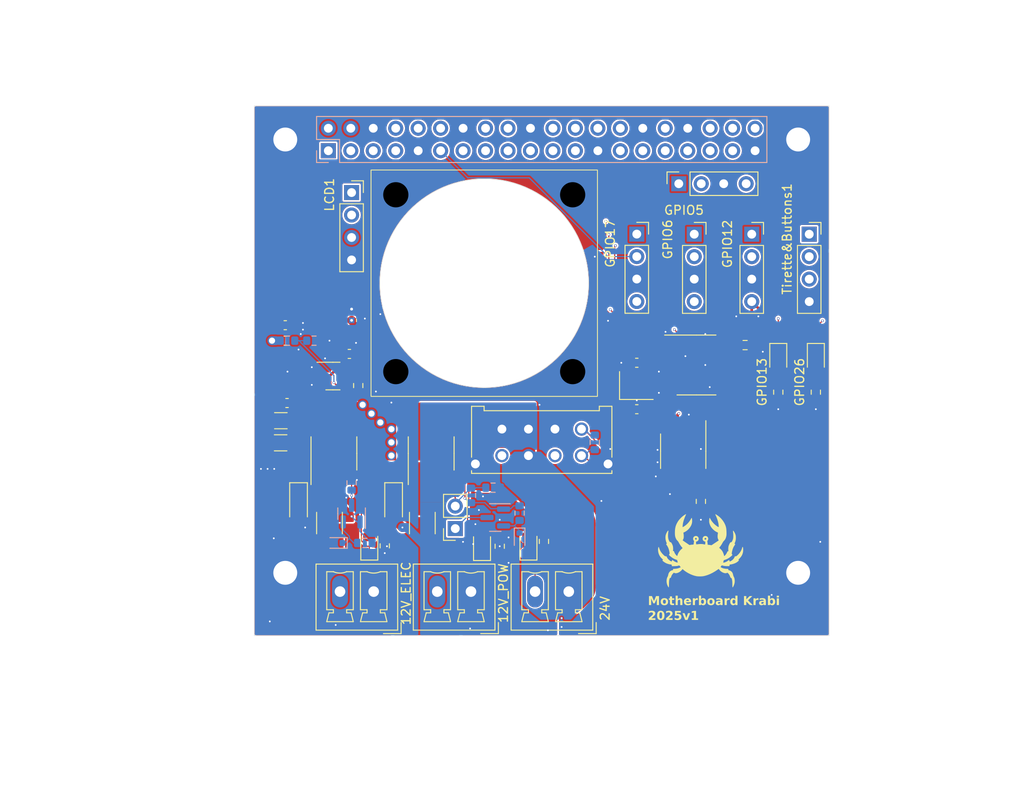
<source format=kicad_pcb>
(kicad_pcb (version 20240108) (generator "pcbnew") (generator_version "8.0")
  (title_block (date "15 nov 2012"))
  (layers (0 "F.Cu" signal) (1 "In1.Cu" signal) (2 "In2.Cu" signal) (31 "B.Cu" signal) (34 "B.Paste" user) (35 "F.Paste" user) (36 "B.SilkS" user "B.Silkscreen") (37 "F.SilkS" user "F.Silkscreen") (38 "B.Mask" user) (39 "F.Mask" user) (44 "Edge.Cuts" user))
  (net 0 "")
  (net 1 "/GPIO4{slash}GPCLK0")
  (net 2 "/GPIO14{slash}TXD0")
  (net 3 "/GPIO15{slash}RXD0")
  (net 4 "/GPIO18{slash}PCM.CLK")
  (net 5 "/GPIO27")
  (net 6 "/GPIO22")
  (net 7 "/GPIO23")
  (net 8 "/GPIO24")
  (net 9 "R_MOSI")
  (net 10 "R_MISO")
  (net 11 "R_IO25")
  (net 12 "R_CLK")
  (net 13 "R_CEO")
  (net 14 "/GPIO7{slash}SPI0.CE1")
  (net 15 "/ID_SDA")
  (net 16 "/ID_SCL")
  (net 17 "R_IO5")
  (net 18 "R_IO6")
  (net 19 "R_IO12")
  (net 20 "/GPIO13{slash}PWM1")
  (net 21 "/GPIO19{slash}PCM.FS")
  (net 22 "R_IO16")
  (net 23 "/GPIO26")
  (net 24 "R_IO21")
  (net 25 "R_IO20")
  (net 26 "Net-(U2-Rs)")
  (net 27 "Net-(D_12VE_OT1-K)")
  (net 28 "GND_ELEC")
  (net 29 "Net-(D_12VP_OT1-K)")
  (net 30 "GND_POW")
  (net 31 "Net-(D_12VE_INV1-K)")
  (net 32 "12V_ELEC")
  (net 33 "Net-(D_12VP_INV1-K)")
  (net 34 "12V_POWER")
  (net 35 "Net-(Q_12VP_1-G)")
  (net 36 "12VP_SEC_1")
  (net 37 "12V_POW_P")
  (net 38 "12VP_SEC_2")
  (net 39 "CAN_L")
  (net 40 "24V_POW_P")
  (net 41 "12V_ELEC_P")
  (net 42 "CAN_H")
  (net 43 "3_3V")
  (net 51 "Net-(U1-~{RESET})")
  (net 52 "Net-(U1-OSC2)")
  (net 54 "Net-(U1-OSC1)")
  (net 55 "Net-(U1-TXCAN)")
  (net 56 "Net-(U1-RXCAN)")
  (net 58 "SDA")
  (net 59 "SDL")
  (net 60 "5V")
  (net 61 "Net-(LED_12V_ELEC_1-A)")
  (net 62 "Net-(LED_12V_POW_1-A)")
  (net 63 "Net-(LED_24V_POW_1-A)")
  (net 64 "Net-(LED_R_1-A)")
  (net 65 "Net-(LED_R_2-A)")
  (net 66 "R_IO17")
  (net 67 "Net-(U3-SW)")
  (net 68 "Net-(U3-VBST)")
  (net 69 "Net-(U3-EN)")
  (net 70 "Net-(U3-VFB)")
  (footprint "Package_TO_SOT_SMD:SOT-23-6" (layer "F.Cu") (at 108.8875 74.25)
    (property "Reference" "U3")
    (property "Value" "TPS563200")
  )
  (footprint "MountingHole:MountingHole_2.7mm_M2.5" (layer "F.Cu") (at 161.5 47.5)
    (property "Reference" "MH2" (hide yes))
    (property "Value" "MountingHole_2.7mm_M2.5" (hide yes))
  )
  (footprint "powerboard:FAN_25mm" (layer "F.Cu") (at 126 63.75 90)
    (property "Reference" "FAN1")
    (property "Value" "Conn_01x02_Socket")
    (fp_circle (center 0 0) (end 11.8 0) (stroke (width 0.05)) (fill none) (layer "Edge.Cuts"))
  )
  (footprint "Package_SO:SOIC-8_3.9x4.9mm_P1.27mm" (layer "F.Cu") (at 148.5 82.75 -90)
    (property "Reference" "U2")
    (property "Value" "SN65HVD230")
  )
  (footprint "Connector_PinSocket_2.54mm:PinSocket_1x04_P2.54mm_Vertical" (layer "F.Cu") (at 156.25 58.21)
    (property "Reference" "GPIO12")
    (property "Value" "Conn_01x04_Socket")
  )
  (footprint "Package_SO:SOP-8_3.76x4.96mm_P1.27mm" (layer "F.Cu") (at 109 83 90)
    (property "Reference" "Q_12VP_1")
    (property "Value" "RS3L110AT")
  )
  (footprint "Package_SO:TSSOP-20_4.4x6.5mm_P0.65mm" (layer "F.Cu") (at 150 73)
    (property "Reference" "U1")
    (property "Value" "MCP2515-xST")
  )
  (footprint "LED_SMD:LED_0805_2012Metric" (layer "F.Cu") (at 113 93.375 90)
    (property "Reference" "LED_12V_ELEC_1")
    (property "Value" "LED")
  )
  (footprint "Connector_PinSocket_2.54mm:PinSocket_1x04_P2.54mm_Vertical" (layer "F.Cu") (at 143.25 58.2)
    (property "Reference" "GPIO17")
    (property "Value" "Conn_01x04_Socket")
  )
  (footprint "Package_SO:SOP-8_3.76x4.96mm_P1.27mm" (layer "F.Cu") (at 120 83 90)
    (property "Reference" "Q_12VP_2")
    (property "Value" "RS3L110AT")
  )
  (footprint "Capacitor_SMD:C_0603_1608Metric" (layer "F.Cu") (at 143.25 78 180)
    (property "Reference" "C1")
    (property "Value" "22pF")
  )
  (footprint "Connector_Phoenix_MC:PhoenixContact_MCV_1,5_2-G-3.81_1x02_P3.81mm_Vertical" (layer "F.Cu") (at 135.56 98.625 180)
    (property "Reference" "BAT_24V1" (hide yes))
    (property "Value" "Conn_01x02_Pin" (hide yes))
  )
  (footprint "Connector_PinSocket_2.54mm:PinSocket_1x04_P2.54mm_Vertical" (layer "F.Cu") (at 111 53.5)
    (property "Reference" "LCD1")
    (property "Value" "Conn_01x04_Socket")
  )
  (footprint "Resistor_SMD:R_0603_1608Metric" (layer "F.Cu") (at 150.5 88.425 90)
    (property "Reference" "R_RESET2")
    (property "Value" "1k")
  )
  (footprint "Connector_PinSocket_2.54mm:PinSocket_1x04_P2.54mm_Vertical" (layer "F.Cu") (at 162.75 58.21)
    (property "Reference" "Tirette&Buttons1")
    (property "Value" "Conn_01x04_Socket")
  )
  (footprint "Resistor_SMD:R_0603_1608Metric" (layer "F.Cu") (at 163.5 76.075 90)
    (property "Reference" "R_LED_R_2")
    (property "Value" "560")
  )
  (footprint "Connector_Phoenix_MC:PhoenixContact_MCV_1,5_2-G-3.81_1x02_P3.81mm_Vertical" (layer "F.Cu") (at 113.5 98.625 180)
    (property "Reference" "BAT_ELEC1")
    (property "Value" "Conn_01x02_Pin")
  )
  (footprint "Capacitor_SMD:C_0603_1608Metric" (layer "F.Cu") (at 103.5 68.5)
    (property "Reference" "C_OUT_2")
    (property "Value" "22µ")
  )
  (footprint "Resistor_SMD:R_0603_1608Metric" (layer "F.Cu") (at 111.75 75.325 90)
    (property "Reference" "R_EN_1")
    (property "Value" "10k")
  )
  (footprint "Connector_Phoenix_MC:PhoenixContact_MCV_1,5_2-G-3.81_1x02_P3.81mm_Vertical" (layer "F.Cu") (at 124.5 98.625 180)
    (property "Reference" "BAT_12V_P1" (hide yes))
    (property "Value" "Conn_01x02_Pin")
  )
  (footprint "LED_SMD:LED_0805_2012Metric" (layer "F.Cu") (at 125.75 93.425 90)
    (property "Reference" "LED_12V_POW_1")
    (property "Value" "LED")
  )
  (footprint "Capacitor_SMD:C_0603_1608Metric" (layer "F.Cu") (at 143.25 72.75)
    (property "Reference" "C2")
    (property "Value" "22pF")
  )
  (footprint "MountingHole:MountingHole_2.7mm_M2.5" (layer "F.Cu") (at 103.5 96.5)
    (property "Reference" "MH3" (hide yes))
    (property "Value" "MountingHole_2.7mm_M2.5" (hide yes))
  )
  (footprint "MountingHole:MountingHole_2.7mm_M2.5" (layer "F.Cu") (at 103.5 47.5)
    (property "Reference" "MH1" (hide yes))
    (property "Value" "MountingHole_2.7mm_M2.5" (hide yes))
  )
  (footprint "Resistor_SMD:R_0603_1608Metric" (layer "F.Cu") (at 127.75 93.5 90)
    (property "Reference" "R_LED_12V_POW_1")
    (property "Value" "2.49k")
  )
  (footprint "Resistor_SMD:R_0603_1608Metric" (layer "F.Cu") (at 114.75 93.45 90)
    (property "Reference" "R_LED_12V_ELEC_1")
    (property "Value" "2.49k")
  )
  (footprint "LED_SMD:LED_0805_2012Metric" (layer "F.Cu") (at 131 93.375 90)
    (property "Reference" "LED_24V_POW_1")
    (property "Value" "LED")
  )
  (footprint "powerboard:VLS4020CX-H" (layer "F.Cu") (at 105.6375 76 180)
    (property "Reference" "L2")
    (property "Value" "3.3µH")
  )
  (footprint "Resistor_SMD:R_0603_1608Metric" (layer "F.Cu") (at 155.5 70.75)
    (property "Reference" "R_RESET1")
    (property "Value" "10k")
  )
  (footprint "Capacitor_SMD:C_1206_3216Metric" (layer "F.Cu") (at 102.975 81.8 180)
    (property "Reference" "C_IN_1")
    (property "Value" "10µ")
  )
  (footprint "Diode_SMD:D_SOD-123F" (layer "F.Cu") (at 115.75 88.525 -90)
    (property "Reference" "D_12VP_INV1")
    (property "Value" "~")
  )
  (footprint "Fuse:Fuse_Littelfuse-NANO2-451_453" (layer "F.Cu") (at 108.5 90.875 -90)
    (property "Reference" "F_12VE1")
    (property "Value" "Fuse")
  )
  (footprint "Capacitor_SMD:C_0603_1608Metric" (layer "F.Cu") (at 103.5 70.25)
    (property "Reference" "C_OUT_1")
    (property "Value" "22µ")
  )
  (footprint "Connector_Molex:Molex_Micro-Fit_3.0_43045-0812_2x04_P3.00mm_Vertical" (layer "F.Cu") (at 128 80.25)
    (property "Reference" "J2")
    (property "Value" "Conn_02x04_Top_Bottom")
  )
  (footprint "Resistor_SMD:R_0603_1608Metric" (layer "F.Cu") (at 132.75 92.95 90)
    (property "Reference" "R_LED_24V_POW_1")
    (property "Value" "11k")
  )
  (footprint "Resistor_SMD:R_0603_1608Metric" (layer "F.Cu") (at 159.25 76.075 90)
    (property "Reference" "R_LED_R_1")
    (property "Value" "560")
  )
  (footprint "MountingHole:MountingHole_2.7mm_M2.5" (layer "F.Cu") (at 161.5 96.5)
    (property "Reference" "MH4" (hide yes))
    (property "Value" "MountingHole_2.7mm_M2.5" (hide yes))
  )
  (footprint "LED_SMD:LED_0805_2012Metric" (layer "F.Cu") (at 159.25 72.25 -90)
    (property "Reference" "LED_R_1")
    (property "Value" "LED")
  )
  (footprint "Capacitor_SMD:C_0603_1608Metric" (layer "F.Cu") (at 103.7 77.3 180)
    (property "Reference" "C_IN_3")
    (property "Value" "0.1µ")
  )
  (footprint "LED_SMD:LED_0805_2012Metric" (layer "F.Cu") (at 163.5 72.25 -90)
    (property "Reference" "LED_R_2")
    (property "Value" "LED")
  )
  (footprint "Connector_PinSocket_2.54mm:PinSocket_1x04_P2.54mm_Vertical" (layer "F.Cu") (at 148 52.5 90)
    (property "Reference" "GPIO5")
    (property "Value" "Conn_01x04_Socket")
  )
  (footprint "Connector_PinSocket_2.54mm:PinSocket_1x04_P2.54mm_Vertical" (layer "F.Cu") (at 149.75 58.21)
    (property "Reference" "GPIO6")
    (property "Value" "Conn_01x04_Socket")
  )
  (footprint "Capacitor_SMD:C_1206_3216Metric" (layer "F.Cu") (at 103 79.3 180)
    (property "Reference" "C_IN_2")
    (property "Value" "10µ")
  )
  (footprint "Fuse:Fuse_Littelfuse-NANO2-451_453" (layer "F.Cu") (at 119 90.875 -90)
    (property "Reference" "F_12VP1")
    (property "Value" "Fuse")
  )
  (footprint "Diode_SMD:D_SOD-123F" (layer "F.Cu") (at 105 88.525 -90)
    (property "Reference" "D_12VE_INV1")
    (property "Value" "D")
  )
  (footprint "Capacitor_SMD:C_0603_1608Metric" (layer "F.Cu") (at 110.75 71.75)
    (property "Reference" "C_BST_1")
    (property "Value" "0.1µ")
  )
  (footprint "Oscillator:Oscillator_SMD_Abracon_ASE-4Pin_3.2x2.5mm" (layer "F.Cu") (at 143.2 75.325)
    (property "Reference" "Y1")
    (property "Value" "AMB8-12Mhz")
  )
  (footprint "Connector_PinSocket_2.54mm:PinSocket_1x02_P2.54mm_Vertical" (layer "F.Cu") (at 122.725 91.5 180)
    (property "Reference" "J3")
    (property "Value" "Conn_01x03")
  )
  (footprint "powerboard:krabi" (layer "F.Cu") (at 150.5 94)
    (property "Reference" "G***")
    (property "Value" "LOGO" (hide yes))
  )
  (footprint "Connector_PinSocket_2.54mm:PinSocket_2x20_P2.54mm_Vertical" (layer "B.Cu") (at 108.37 48.77 -90)
    (property "Reference" "J1")
    (property "Value" "GPIO")
  )
  (footprint "Package_TO_SOT_SMD:SOT-23" (layer "B.Cu") (at 111 89.8125 90)
    (property "Reference" "Q_P12VE_1")
    (property "Value" "2N3906")
  )
  (footprint "Diode_SMD:D_SOD-523" (layer "B.Cu") (at 130 92.7 -90)
    (property "Reference" "D_12VP_OT1")
    (property "Value" "EDZV13B")
  )
  (footprint "Package_TO_SOT_SMD:SOT-23" (layer "B.Cu") (at 127.25 90.25 180)
    (property "Reference" "Q_P12VP_1")
    (property "Value" "2N3906")
  )
  (footprint "Resistor_SMD:R_0603_1608Metric" (layer "B.Cu") (at 103.75 70.25 180)
    (property "Reference" "R_FB_2")
    (property "Value" "54.9k")
  )
  (footprint "Resistor_SMD:R_0603_1608Metric" (layer "B.Cu") (at 138.5 81.75 -90)
    (property "Reference" "R_CAN1")
    (property "Value" "120")
  )
  (footprint "Diode_SMD:D_SOD-523" (layer "B.Cu") (at 109.25 93.125 180)
    (property "Reference" "D_12VE_OT1")
    (property "Value" "EDZV13B")
  )
  (footprint "Resistor_SMD:R_0603_1608Metric" (layer "B.Cu") (at 124.5 87.75 90)
    (property "Reference" "R_12VP_3")
    (property "Value" "1M")
  )
  (footprint "Resistor_SMD:R_0603_1608Metric" (layer "B.Cu") (at 106.75 70.25)
    (property "Reference" "R_FB_1")
    (property "Value" "10k")
  )
  (footprint "Resistor_SMD:R_0603_1608Metric" (layer "B.Cu") (at 111 86.325 90)
    (property "Reference" "R_12VE_2")
    (property "Value" "2.2k")
  )
  (footprint "Resistor_SMD:R_0603_1608Metric" (layer "B.Cu") (at 112.5 93.125 180)
    (property "Reference" "R_12VE_1")
    (property "Value" "10k")
  )
  (footprint "Resistor_SMD:R_0603_1608Metric" (layer "B.Cu") (at 130 89.75 -90)
    (property "Reference" "R_12VP_1")
    (property "Value" "10k")
  )
  (footprint "Resistor_SMD:R_0603_1608Metric" (layer "B.Cu") (at 127 86.875)
    (property "Reference" "R_12VP_2")
    (property "Value" "2.2k")
  )
  (gr_rect (start 100 43.7) (end 165 103.6) (stroke (width 0.05)) (fill none) (layer "Edge.Cuts"))
  (gr_text "GPIO13" (at 158 77.75 90) (layer "F.SilkS") (effects (font (size 1 1)) (justify left bottom)))
  (gr_text "GPIO26" (at 162.25 77.75 90) (layer "F.SilkS") (effects (font (size 1 1)) (justify left bottom)))
  (gr_text "12V_ELEC" (at 117.75 102.5 90) (layer "F.SilkS") (effects (font (size 1 1)) (justify left bottom)))
  (gr_text "12V_POW" (at 128.75 102.25 90) (layer "F.SilkS") (effects (font (size 1 1)) (justify left bottom)))
  (gr_text "Motherboard Krabi\n2025v1\n" (at 144.5 102 0) (layer "F.SilkS") (effects (font (size 1 1) (thickness 0.2) (bold yes)) (justify left bottom)))
  (gr_text "24V" (at 140.25 102 90) (layer "F.SilkS") (effects (font (size 1 1)) (justify left bottom)))
  (segment (start 152.8625 72.675) (end 152.364171 72.675) (width 0.127) (layer "F.Cu") (net 9))
  (segment (start 147.947171 68.258) (end 141.758 68.258) (width 0.127) (layer "F.Cu") (net 9))
  (segment (start 141.758 68.258) (end 140.25 66.75) (width 0.127) (layer "F.Cu") (net 9))
  (segment (start 152.364171 72.675) (end 147.947171 68.258) (width 0.127) (layer "F.Cu") (net 9))
  (via (at 140.25 66.75) (size 0.3) (drill 0.2) (layers "F.Cu" "B.Cu") (net 9))
  (segment (start 140.655619 66.014829) (end 140.64479 66.014829) (width 0.127) (layer "F.Cu") (net 10))
  (segment (start 140.64479 66.014829) (end 140.09 65.460039) (width 0.127) (layer "F.Cu") (net 10))
  (segment (start 148.14479 68.004) (end 142.64479 68.004) (width 0.127) (layer "F.Cu") (net 10))
  (segment (start 152.16579 72.025) (end 148.14479 68.004) (width 0.127) (layer "F.Cu") (net 10))
  (segment (start 140.09 65.460039) (end 140.09 58.25) (width 0.127) (layer "F.Cu") (net 10))
  (segment (start 142.64479 68.004) (end 140.655619 66.014829) (width 0.127) (layer "F.Cu") (net 10))
  (segment (start 152.8625 72.025) (end 152.16579 72.025) (width 0.127) (layer "F.Cu") (net 10))
  (via (at 140.09 58.25) (size 0.3) (drill 0.2) (layers "F.Cu" "B.Cu") (net 10))
  (segment (start 152.3614 74.625) (end 152.8625 74.625) (width 0.127) (layer "F.Cu") (net 11))
  (segment (start 151.9345 74) (end 151.9345 74.1981) (width 0.127) (layer "F.Cu") (net 11))
  (segment (start 151.9345 74.1981) (end 152.3614 74.625) (width 0.127) (layer "F.Cu") (net 11))
  (segment (start 151.496 73.5615) (end 151.9345 74) (width 0.127) (layer "F.Cu") (net 11))
  (segment (start 147.5 69) (end 151.496 72.996) (width 0.127) (layer "F.Cu") (net 11))
  (segment (start 151.496 72.996) (end 151.496 73.5615) (width 0.127) (layer "F.Cu") (net 11))
  (via (at 147.5 69) (size 0.3) (drill 0.2) (layers "F.Cu" "B.Cu") (net 11))
  (segment (start 152.8625 73.975) (end 152.364171 73.975) (width 0.127) (layer "F.Cu") (net 12))
  (segment (start 152.364171 73.975) (end 151.75 73.360829) (width 0.127) (layer "F.Cu") (net 12))
  (segment (start 147.762 68.512) (end 141.512 68.512) (width 0.127) (layer "F.Cu") (net 12))
  (segment (start 151.75 72.5) (end 147.762 68.512) (width 0.127) (layer "F.Cu") (net 12))
  (segment (start 139.75 66.75) (end 139.75 56.75) (width 0.127) (layer "F.Cu") (net 12))
  (segment (start 141.512 68.512) (end 139.75 66.75) (width 0.127) (layer "F.Cu") (net 12))
  (segment (start 151.75 73.360829) (end 151.75 72.5) (width 0.127) (layer "F.Cu") (net 12))
  (via (at 139.75 56.75) (size 0.3) (drill 0.2) (layers "F.Cu" "B.Cu") (net 12))
  (segment (start 140.84 59.5) (end 140.75 59.59) (width 0.127) (layer "F.Cu") (net 13))
  (segment (start 142.75 67.75) (end 140.75 65.75) (width 0.127) (layer "F.Cu") (net 13))
  (segment (start 148.25 67.75) (end 142.75 67.75) (width 0.127) (layer "F.Cu") (net 13))
  (segment (start 152.8625 71.375) (end 151.875 71.375) (width 0.127) (layer "F.Cu") (net 13))
  (segment (start 151.875 71.375) (end 148.25 67.75) (width 0.127) (layer "F.Cu") (net 13))
  (segment (start 140.75 59.59) (end 140.75 65.75) (width 0.127) (layer "F.Cu") (net 13))
  (via (at 140.84 59.5) (size 0.3) (drill 0.2) (layers "F.Cu" "B.Cu") (net 13))
  (segment (start 159.25 71.3125) (end 159.25 67.75) (width 0.127) (layer "F.Cu") (net 20))
  (via (at 159.25 67.75) (size 0.3) (drill 0.2) (layers "F.Cu" "B.Cu") (net 20))
  (segment (start 163.5 71.3125) (end 163.5 68.75) (width 0.127) (layer "F.Cu") (net 23))
  (segment (start 164 68.25) (end 164.25 68) (width 0.127) (layer "F.Cu") (net 23))
  (segment (start 163.5 68.75) (end 164 68.25) (width 0.127) (layer "F.Cu") (net 23))
  (via (at 164.25 68) (size 0.3) (drill 0.2) (layers "F.Cu" "B.Cu") (net 23))
  (segment (start 162.74 58.21) (end 162.75 58.2) (width 1) (layer "F.Cu") (net 24))
  (segment (start 150.5 87.6) (end 150.5 85.32) (width 0.127) (layer "F.Cu") (net 26))
  (segment (start 150.5 85.32) (end 150.405 85.225) (width 0.127) (layer "F.Cu") (net 26))
  (segment (start 111.25 93.125) (end 111.675 93.125) (width 0.127) (layer "B.Cu") (net 27))
  (segment (start 110.75 92.625) (end 111.25 93.125) (width 0.127) (layer "B.Cu") (net 27))
  (segment (start 109.95 93.125) (end 110.25 93.125) (width 0.127) (layer "B.Cu") (net 27))
  (segment (start 111.675 93.125) (end 111.675 92.9625) (width 0.127) (layer "B.Cu") (net 27))
  (segment (start 110.05 91.675) (end 110.05 90.75) (width 0.127) (layer "B.Cu") (net 27))
  (segment (start 110.75 92.375) (end 110.05 91.675) (width 0.127) (layer "B.Cu") (net 27))
  (segment (start 110.25 93.125) (end 110.75 92.625) (width 0.127) (layer "B.Cu") (net 27))
  (segment (start 110.75 92.625) (end 110.75 92.375) (width 0.127) (layer "B.Cu") (net 27))
  (segment (start 144.25 76.15) (end 144.1 76.15) (width 0.127) (layer "F.Cu") (net 28))
  (segment (start 102.25 85.25) (end 102.25 84.75) (width 0.127) (layer "F.Cu") (net 28))
  (segment (start 145.75 76.15) (end 146.9125 76.15) (width 0.127) (layer "F.Cu") (net 28))
  (segment (start 101.5 79.325) (end 101.525 79.3) (width 0.127) (layer "F.Cu") (net 28))
  (segment (start 144.1 76.15) (end 143.25 77) (width 0.127) (layer "F.Cu") (net 28))
  (segment (start 159.25 76.9) (end 159.25 78) (width 0.127) (layer "F.Cu") (net 28))
  (segment (start 146.9125 76.15) (end 147.1375 75.925) (width 0.127) (layer "F.Cu") (net 28))
  (segment (start 101.5 84.75) (end 101.5 81.8) (width 0.127) (layer "F.Cu") (net 28))
  (segment (start 101.5 86.25) (end 101.5 85.5) (width 0.127) (layer "F.Cu") (net 28))
  (segment (start 101.5 86) (end 102.25 85.25) (width 0.127) (layer "F.Cu") (net 28))
  (segment (start 149.135 80.275) (end 149.135 78.615) (width 0.127) (layer "F.Cu") (net 28))
  (segment (start 102.925 77.9) (end 102.925 77.3) (width 0.127) (layer "F.Cu") (net 28))
  (segment (start 108.5 70.25) (end 104.275 70.25) (width 0.127) (layer "F.Cu") (net 28))
  (segment (start 107.75 71) (end 107.75 73.3) (width 0.127) (layer "F.Cu") (net 28))
  (segment (start 144.25 76.15) (end 143.8 76.15) (width 0.127) (layer "F.Cu") (net 28))
  (segment (start 101.5 86.25) (end 101.5 86) (width 0.127) (layer "F.Cu") (net 28))
  (segment (start 108.5 70.25) (end 107.75 71) (width 0.127) (layer "F.Cu") (net 28))
  (segment (start 142.15 74.5) (end 142.15 73.075) (width 0.127) (layer "F.Cu") (net 28))
  (segment (start 114.75 94.275) (end 114.75 97.375) (width 0.127) (layer "F.Cu") (net 28))
  (segment (start 101.5 86.425) (end 101.5 86.25) (width 0.127) (layer "F.Cu") (net 28))
  (segment (start 101.5 86) (end 101.5 84.75) (width 0.127) (layer "F.Cu") (net 28))
  (segment (start 144.025 77.875) (end 145.75 76.15) (width 0.127) (layer "F.Cu") (net 28))
  (segment (start 163.5 76.9) (end 163.5 78) (width 0.127) (layer "F.Cu") (net 28))
  (segment (start 103.75 70.775) (end 104.275 70.25) (width 0.127) (layer "F.Cu") (net 28))
  (segment (start 144.025 78) (end 144.025 77.875) (width 0.127) (layer "F.Cu") (net 28))
  (segment (start 105.75 91.375) (end 105 90.625) (width 0.127) (layer "F.Cu") (net 28))
  (segment (start 105 89.925) (end 101.5 86.425) (width 0.127) (layer "F.Cu") (net 28))
  (segment (start 150.5 89.25) (end 150.5 90.5) (width 0.127) (layer "F.Cu") (net 28))
  (segment (start 103.75 76.475) (end 103.75 70.775) (width 0.127) (layer "F.Cu") (net 28))
  (segment (start 142.15 73.075) (end 142.475 72.75) (width 0.127) (layer "F.Cu") (net 28))
  (segment (start 101.525 79.3) (end 102.925 77.9) (width 0.127) (layer "F.Cu") (net 28))
  (segment (start 104.275 70.25) (end 104.275 68.5) (width 0.127) (layer "F.Cu") (net 28))
  (segment (start 101.5 85.5) (end 100.75 84.75) (width 0.127) (layer "F.Cu") (net 28))
  (segment (start 144.25 76.15) (end 145.75 76.15) (width 0.127) (layer "F.Cu") (net 28))
  (segment (start 142.475 72.75) (end 141.5 72.75) (width 0.127) (layer "F.Cu") (net 28))
  (segment (start 101.5 81.8) (end 101.5 79.325) (width 0.127) (layer "F.Cu") (net 28))
  (segment (start 114.75 97.375) (end 113.5 98.625) (width 0.127) (layer "F.Cu") (net 28))
  (segment (start 102.925 77.3) (end 103.75 76.475) (width 0.127) (layer "F.Cu") (net 28))
  (segment (start 105 90.625) (end 105 89.925) (width 0.127) (layer "F.Cu") (net 28))
  (via (at 138.5 60.75) (size 0.3) (drill 0.2) (layers "F.Cu" "B.Cu") (net 28))
  (via (at 115 93.5) (size 0.3) (drill 0.2) (layers "F.Cu" "B.Cu") (net 28))
  (via (at 158.5 99) (size 0.3) (drill 0.2) (layers "F.Cu" "B.Cu") (net 28))
  (via (at 105 71.25) (size 0.3) (drill 0.2) (layers "F.Cu" "B.Cu") (net 28))
  (via (at 140 68) (size 0.3) (drill 0.2) (layers "F.Cu" "B.Cu") (net 28))
  (via (at 101.75 102) (size 0.3) (drill 0.2) (layers "F.Cu" "B.Cu") (net 28))
  (via (at 111.5 70.5) (size 0.3) (drill 0.2) (layers "F.Cu" "B.Cu") (net 28))
  (via (at 157.5 71.5) (size 0.3) (drill 0.2) (layers "F.Cu" "B.Cu") (net 28))
  (via (at 134.75 102.625) (size 0.3) (drill 0.2) (layers "F.Cu" "B.Cu") (net 28))
  (via (at 146.5 69.25) (size 0.3) (drill 0.2) (layers "F.Cu" "B.Cu") (net 28))
  (via (at 145.6 82.6) (size 0.3) (drill 0.2) (layers "F.Cu" "B.Cu") (net 28))
  (via (at 108 72.25) (size 0.3) (drill 0.2) (layers "F.Cu" "B.Cu") (net 28))
  (via (at 106.5 75.25) (size 0.3) (drill 0.2) (layers "F.Cu" "B.Cu") (net 28))
  (via (at 115.5 77.25) (size 0.3) (drill 0.2) (layers "F.Cu" "B.Cu") (net 28))
  (via (at 110.4 88) (size 0.3) (drill 0.2) (layers "F.Cu" "B.Cu") (net 28))
  (via (at 101.5 84.75) (size 0.3) (drill 0.2) (layers "F.Cu" "B.Cu") (net 28))
  (via (at 106.5 73.25) (size 0.3) (drill 0.2) (layers "F.Cu" "B.Cu") (net 28))
  (via (at 149.135 78.615) (size 0.3) (drill 0.2) (layers "F.Cu" "B.Cu") (net 28))
  (via (at 148.75 72) (size 0.3) (drill 0.2) (layers "F.Cu" "B.Cu") (net 28))
  (via (at 132.25 77.5) (size 0.3) (drill 0.2) (layers "F.Cu" "B.Cu") (net 28))
  (via (at 113.75 76) (size 0.3) (drill 0.2) (layers "F.Cu" "B.Cu") (net 28))
  (via (at 111.6 86) (size 0.3) (drill 0.2) (layers "F.Cu" "B.Cu") (net 28))
  (via (at 105.75 91.375) (size 0.3) (drill 0.2) (layers "F.Cu" "B.Cu") (net 28))
  (via (at 141.5 72.75) (size 0.3) (drill 0.2) (layers "F.Cu" "B.Cu") (net 28))
  (via (at 164 93) (size 0.3) (drill 0.2) (layers "F.Cu" "B.Cu") (net 28))
  (via (at 154.5 67.5) (size 0.3) (drill 0.2) (layers "F.Cu" "B.Cu") (net 28))
  (via (at 105.5 69) (size 0.3) (drill 0.2) (layers "F.Cu" "B.Cu") (net 28))
  (via (at 112.5 67.75) (size 0.3) (drill 0.2) (layers "F.Cu" "B.Cu") (net 28))
  (via (at 145.6 84) (size 0.3) (drill 0.2) (layers "F.Cu" "B.Cu") (net 28))
  (via (at 102.25 84.75) (size 0.3) (drill 0.2) (layers "F.Cu" "B.Cu") (net 28))
  (via (at 145.75 76.15) (size 0.3) (drill 0.2) (layers "F.Cu" "B.Cu") (net 28))
  (via (at 109.2 102.4) (size 0.3) (drill 0.2) (layers "F.Cu" "B.Cu") (net 28))
  (via (at 151 73) (size 0.3) (drill 0.2) (layers "F.Cu" "B.Cu") (net 28))
  (via (at 100.75 84.75) (size 0.3) (drill 0.2) (layers "F.Cu" "B.Cu") (net 28))
  (via (at 140.25 82.5) (size 0.3) (drill 0.2) (layers "F.Cu" "B.Cu") (net 28))
  (via (at 151.5 75.5) (size 0.3) (drill 0.2) (layers "F.Cu" "B.Cu") (net 28))
  (via (at 108.5 70.25) (size 0.3) (drill 0.2) (layers "F.Cu" "B.Cu") (net 28))
  (via (at 150.5 90.5) (size 0.3) (drill 0.2) (layers "F.Cu" "B.Cu") (net 28))
  (via (at 143.25 77) (size 0.3) (drill 0.2) (layers "F.Cu" "B.Cu") (net 28))
  (via (at 145.75 73.75) (size 0.3) (drill 0.2) (layers "F.Cu" "B.Cu") (net 28))
  (via (at 105.25 69.5) (size 0.3) (drill 0.2) (layers "F.Cu" "B.Cu") (net 28))
  (via (at 163.5 78) (size 0.3) (drill 0.2) (layers "F.Cu" "B.Cu") (net 28))
  (via (at 159.25 78) (size 0.3) (drill 0.2) (layers "F.Cu" "B.Cu") (net 28))
  (via (at 103.75 73.75) (size 0.3) (drill 0.2) (layers "F.Cu" "B.Cu") (net 28))
  (via (at 139.25 88.375) (size 0.3) (drill 0.2) (layers "F.Cu" "B.Cu") (net 28))
  (via (at 105.5 68.25) (size 0.3) (drill 0.2) (layers "F.Cu" "B.Cu") (net 28))
  (via (at 145.4 85.6) (size 0.3) (drill 0.2) (layers "F.Cu" "B.Cu") (net 28))
  (via (at 102.2 92.6) (size 0.3) (drill 0.2) (layers "F.Cu" "B.Cu") (net 28))
  (via (at 157 67.5) (size 0.3) (drill 0.2) (layers "F.Cu" "B.Cu") (net 28))
  (via (at 114.75 94.275) (size 0.3) (drill 0.2) (layers "F.Cu" "B.Cu") (net 28))
  (via (at 134.75 101.625) (size 0.3) (drill 0.2) (layers "F.Cu" "B.Cu") (net 28))
  (via (at 150.5 82.5) (size 0.3) (drill 0.2) (layers "F.Cu" "B.Cu") (net 28))
  (via (at 151 69.5) (size 0.3) (drill 0.2) (layers "F.Cu" "B.Cu") (net 28))
  (via (at 114.25 67.25) (size 0.3) (drill 0.2) (layers "F.Cu" "B.Cu") (net 28))
  (via (at 147 87.6) (size 0.3) (drill 0.2) (layers "F.Cu" "B.Cu") (net 28))
  (segment (start 158.107 45.618206) (end 158.107 47.293) (width 1) (layer "B.Cu") (net 28))
  (segment (start 106.893 50.247) (end 106.82 50.174) (width 1) (layer "B.Cu") (net 28))
  (segment (start 123.61 46.23) (end 122.133 44.753) (width 1) (layer "B.Cu") (net 28))
  (segment (start 158.107 47.293) (end 156.63 48.77) (width 1) (layer "B.Cu") (net 28))
  (segment (start 147.533 44.753) (end 145.407 44.753) (width 1) (layer "B.Cu") (net 28))
  (segment (start 145.407 44.753) (end 143.93 46.23) (width 1) (layer "B.Cu") (net 28))
  (segment (start 110.053 62.067) (end 110.053 84.603) (width 1) (layer "B.Cu") (net 28))
  (segment (start 129.753 44.753) (end 125.087 44.753) (width 1) (layer "B.Cu") (net 28))
  (segment (start 111 61.12) (end 110.053 62.067) (width 1) (layer "B.Cu") (net 28))
  (segment (start 135.5 78.25) (end 133.5 80.25) (width 0.127) (layer "B.Cu") (net 28))
  (segment (start 157.241794 44.753) (end 158.107 45.618206) (width 1) (layer "B.Cu") (net 28))
  (segment (start 110 94.375) (end 108.75 94.375) (width 0.127) (layer "B.Cu") (net 28))
  (segment (start 110.053 84.603) (end 111 85.55) (width 1) (layer "B.Cu") (net 28))
  (segment (start 149.75 63.29) (end 153.08 59.96) (width 1) (layer "B.Cu") (net 28))
  (segment (start 106.82 45.587968) (end 107.727968 44.68) (width 1) (layer "B.Cu") (net 28))
  (segment (start 131.23 46.23) (end 132.707 44.753) (width 1) (layer "B.Cu") (net 28))
  (segment (start 111 61.12) (end 114.061794 58.058206) (width 1) (layer "B.Cu") (net 28))
  (segment (start 111.25 95.625) (end 110 94.375) (width 0.127) (layer "B.Cu") (net 28))
  (segment (start 132.707 44.753) (end 142.453 44.753) (width 1) (layer "B.Cu") (net 28))
  (segment (start 151.53 54.05) (end 153.08 52.5) (width 1) (layer "B.Cu") (net 28))
  (segment (start 107.727968 44.68) (end 111.9 44.68) (width 1) (layer "B.Cu") (net 28))
  (segment (start 153.08 59.96) (end 153.08 52.5) (width 1) (layer "B.Cu") (net 28))
  (segment (start 106.82 50.174) (end 106.82 45.587968) (width 1) (layer "B.Cu") (net 28))
  (segment (start 125.087 44.753) (end 123.61 46.23) (width 1) (layer "B.Cu") (net 28))
  (segment (start 111.9 44.68) (end 113.45 46.23) (width 1) (layer "B.Cu") (net 28))
  (segment (start 144.13 54.05) (end 151.53 54.05) (width 1) (layer "B.Cu") (net 28))
  (segment (start 149.75 63.29) (end 156.25 63.29) (width 1) (layer "B.Cu") (net 28))
  (segment (start 118.078794 48.77) (end 118.53 48.77) (width 1) (layer "B.Cu") (net 28))
  (segment (start 153.08 52.32) (end 156.63 48.77) (width 1) (layer "B.Cu") (net 28))
  (segment (start 153.08 52.5) (end 153.08 52.32) (width 1) (layer "B.Cu") (net 28))
  (segment (start 108.75 93.125) (end 108.55 93.125) (width 0.127) (layer "B.Cu") (net 28))
  (segment (start 150.487 44.753) (end 157.241794 44.753) (width 1) (layer "B.Cu") (net 28))
  (segment (start 149.01 46.23) (end 147.533 44.753) (width 1) (layer "B.Cu") (net 28))
  (segment (start 108.5 70.25) (end 107.575 70.25) (width 0.127) (layer "B.Cu") (net 28))
  (segment (start 107.575 70.25) (end 107.575 70.105) (width 0.127) (layer "B.Cu") (net 28))
  (segment (start 118.53 48.77) (end 117.053 50.247) (width 1) (layer "B.Cu") (net 28))
  (segment (start 112.75 95.625) (end 111.25 95.625) (width 0.127) (layer "B.Cu") (net 28))
  (segment (start 149.74 63.28) (end 149.75 63.29) (width 1) (layer "B.Cu") (net 28))
  (segment (start 113.5 98.625) (end 113.5 96.375) (width 0.127) (layer "B.Cu") (net 28))
  (segment (start 131.23 46.23) (end 129.753 44.753) (width 1) (layer "B.Cu") (net 28))
  (segment (start 117.053 50.247) (end 106.893 50.247) (width 1) (layer "B.Cu") (net 28))
  (segment (start 113.5 96.375) (end 112.75 95.625) (width 0.127) (layer "B.Cu") (net 28))
  (segment (start 143.25 63.28) (end 149.74 63.28) (width 1) (layer "B.Cu") (net 28))
  (segment (start 114.061794 52.787) (end 118.078794 48.77) (width 1) (layer "B.Cu") (net 28))
  (segment (start 142.25 78.25) (end 135.5 78.25) (width 0.127) (layer "B.Cu") (net 28))
  (segment (start 142.453 44.753) (end 143.93 46.23) (width 1) (layer "B.Cu") (net 28))
  (segment (start 114.061794 58.058206) (end 114.061794 52.787) (width 1) (layer "B.Cu") (net 28))
  (segment (start 138.85 48.77) (end 144.13 54.05) (width 1) (layer "B.Cu") (net 28))
  (segment (start 122.133 44.753) (end 114.927 44.753) (width 1) (layer "B.Cu") (net 28))
  (segment (start 110 94.375) (end 108.75 93.125) (width 0.127) (layer "B.Cu") (net 28))
  (segment (start 107.575 70.105) (end 111 66.68) (width 0.127) (layer "B.Cu") (net 28))
  (segment (start 108.75 94.375) (end 105.75 91.375) (width 0.127) (layer "B.Cu") (net 28))
  (segment (start 149.01 46.23) (end 150.487 44.753) (width 1) (layer "B.Cu") (net 28))
  (segment (start 114.927 44.753) (end 113.45 46.23) (width 1) (layer "B.Cu") (net 28))
  (segment (start 129.625 90.45) (end 129.75 90.325) (width 0.127) (layer "B.Cu") (net 29))
  (segment (start 128.3875 91) (end 128.1875 91.2) (width 0.127) (layer "B.Cu") (net 29))
  (segment (start 129.375 91.2) (end 129.2 91.2) (width 0.127) (layer "B.Cu") (net 29))
  (segment (start 130 90.575) (end 129.375 91.2) (width 0.127) (layer "B.Cu") (net 29))
  (segment (start 129.45 91.2) (end 129.2 91.2) (width 0.127) (layer "B.Cu") (net 29))
  (segment (start 129.2 91.2) (end 128.1875 91.2) (width 0.127) (layer "B.Cu") (net 29))
  (segment (start 130 91.75) (end 129.45 91.2) (width 0.127) (layer "B.Cu") (net 29))
  (segment (start 130 92) (end 130 91.75) (width 0.127) (layer "B.Cu") (net 29))
  (segment (start 128.75 91) (end 128.3875 91) (width 0.127) (layer "B.Cu") (net 29))
  (segment (start 115.75 89.925) (end 115.75 90.375) (width 1) (layer "F.Cu") (net 30))
  (segment (start 128.75 94.935878) (end 130.363878 93.322) (width 0.127) (layer "F.Cu") (net 30))
  (segment (start 115.75 90.375) (end 116.75 91.375) (width 1) (layer "F.Cu") (net 30))
  (segment (start 128.75 95.375) (end 128.75 94.935878) (width 0.127) (layer "F.Cu") (net 30))
  (segment (start 130.363878 93.322) (end 132.297 93.322) (width 0.127) (layer "F.Cu") (net 30))
  (segment (start 132.297 93.322) (end 132.75 93.775) (width 0.127) (layer "F.Cu") (net 30))
  (via (at 124.75 93.25) (size 0.3) (drill 0.2) (layers "F.Cu" "B.Cu") (net 30))
  (via (at 128.75 95.375) (size 0.3) (drill 0.2) (layers "F.Cu" "B.Cu") (net 30))
  (via (at 116.75 91.375) (size 0.3) (drill 0.2) (layers "F.Cu" "B.Cu") (net 30))
  (via (at 124.4 102.8) (size 0.3) (drill 0.2) (layers "F.Cu" "B.Cu") (net 30))
  (via (at 125.859264 87.857594) (size 0.3) (drill 0.2) (layers "F.Cu" "B.Cu") (net 30))
  (via (at 127.75 93.5) (size 0.3) (drill 0.2) (layers "F.Cu" "B.Cu") (net 30))
  (via (at 125.4 89.4) (size 0.3) (drill 0.2) (layers "F.Cu" "B.Cu") (net 30))
  (via (at 125 91) (size 0.3) (drill 0.2) (layers "F.Cu" "B.Cu") (net 30))
  (via (at 127.75 90.5) (size 0.3) (drill 0.2) (layers "F.Cu" "B.Cu") (net 30))
  (via (at 133.2 103) (size 0.3) (drill 0.2) (layers "F.Cu" "B.Cu") (net 30))
  (via (at 123.6 93) (size 0.3) (drill 0.2) (layers "F.Cu" "B.Cu") (net 30))
  (via (at 128.75 92.5) (size 0.3) (drill 0.2) (layers "F.Cu" "B.Cu") (net 30))
  (segment (start 130 93.4) (end 124.8 93.4) (width 0.127) (layer "B.Cu") (net 30))
  (segment (start 117.25 91.375) (end 116.75 91.375) (width 1) (layer "B.Cu") (net 30))
  (segment (start 128.075 86.875) (end 128.2595 87.0595) (width 0.127) (layer "B.Cu") (net 30))
  (segment (start 124.5 98.625) (end 122.0375 96.1625) (width 1) (layer "B.Cu") (net 30))
  (segment (start 124.8 93.4) (end 122.0375 96.1625) (width 0.127) (layer "B.Cu") (net 30))
  (segment (start 122.0375 96.1625) (end 117.25 91.375) (width 1) (layer "B.Cu") (net 30))
  (segment (start 108.5 86.6725) (end 109.635 85.5375) (width 0.127) (layer "F.Cu") (net 31))
  (segment (start 108.5 85.6725) (end 108.365 85.5375) (width 0.127) (layer "F.Cu") (net 31))
  (segment (start 108.5 88.42) (end 108.5 85.6725) (width 0.127) (layer "F.Cu") (net 31))
  (segment (start 105.545 88.42) (end 108.5 88.42) (width 0.127) (layer "F.Cu") (net 31))
  (segment (start 105 87.875) (end 105.545 88.42) (width 0.127) (layer "F.Cu") (net 31))
  (segment (start 108.5 88.42) (end 108.5 86.6725) (width 0.127) (layer "F.Cu") (net 31))
  (segment (start 108.5 88.625) (end 108.5 88.42) (width 0.127) (layer "F.Cu") (net 31))
  (segment (start 109.295 88.42) (end 108.5 88.42) (width 0.127) (layer "F.Cu") (net 31))
  (segment (start 108.5 86.9425) (end 107.095 85.5375) (width 0.127) (layer "F.Cu") (net 31))
  (segment (start 105 87.125) (end 105 87.875) (width 0.127) (layer "F.Cu") (net 31))
  (segment (start 108.5 88.42) (end 108.5 86.9425) (width 0.127) (layer "F.Cu") (net 31))
  (via (at 111 90.125) (size 0.3) (drill 0.2) (layers "F.Cu" "B.Cu") (net 31))
  (segment (start 113.25 93.125) (end 111.95 91.825) (width 0.127) (layer "B.Cu") (net 31))
  (segment (start 111.625 90.75) (end 111 90.125) (width 0.127) (layer "B.Cu") (net 31))
  (segment (start 111.95 91.825) (end 111.95 90.75) (width 0.127) (layer "B.Cu") (net 31))
  (segment (start 113.325 93.125) (end 113.25 93.125) (width 0.127) (layer "B.Cu") (net 31))
  (segment (start 111.95 90.75) (end 111.625 90.75) (width 0.127) (layer "B.Cu") (net 31))
  (segment (start 108.64375 97.57875) (end 108.64375 96.102184) (width 5) (layer "F.Cu") (net 32))
  (segment (start 109.69 98.625) (end 108.64375 97.57875) (width 5) (layer "F.Cu") (net 32))
  (segment (start 118.095 86.845) (end 118.095 85.5375) (width 0.127) (layer "F.Cu") (net 33))
  (segment (start 118.25 87) (end 118.095 86.845) (width 0.127) (layer "F.Cu") (net 33))
  (segment (start 123.812147 88.062147) (end 123.812147 85.95793) (width 0.127) (layer "F.Cu") (net 33))
  (segment (start 116.59 88.42) (end 119.25 88.42) (width 0.127) (layer "F.Cu") (net 33))
  (segment (start 122.104217 84.25) (end 121.705783 84.25) (width 0.127) (layer "F.Cu") (net 33))
  (segment (start 121.705783 84.25) (end 121 84.25) (width 0.127) (layer "F.Cu") (net 33))
  (segment (start 116 87.125) (end 116 87.83) (width 0.127) (layer "F.Cu") (net 33))
  (segment (start 121 84.25) (end 120.635 84.615) (width 0.127) (layer "F.Cu") (net 33))
  (segment (start 120.635 84.615) (end 120.635 85.5375) (width 0.127) (layer "F.Cu") (net 33))
  (segment (start 119.25 85.875) (end 118.25 84.875) (width 0.127) (layer "F.Cu") (net 33))
  (segment (start 119.25 88.42) (end 119.25 85.875) (width 0.127) (layer "F.Cu") (net 33))
  (segment (start 116 87.83) (end 116.59 88.42) (width 0.127) (layer "F.Cu") (net 33))
  (segment (start 123.812147 85.95793) (end 122.104217 84.25) (width 0.127) (layer "F.Cu") (net 33))
  (segment (start 119.25 88.42) (end 119.2955 88.3745) (width 0.127) (layer "F.Cu") (net 33))
  (via (at 123.812147 88.062147) (size 0.3) (drill 0.2) (layers "F.Cu" "B.Cu") (net 33))
  (segment (start 124.5 88.575) (end 126.075 88.575) (width 0.127) (layer "B.Cu") (net 33))
  (segment (start 123.812147 88.062147) (end 123.812853 88.062147) (width 0.127) (layer "B.Cu") (net 33))
  (segment (start 128.1875 89.3) (end 128.2375 89.25) (width 0.127) (layer "B.Cu") (net 33))
  (segment (start 126.075 88.575) (end 126.75 89.25) (width 0.127) (layer "B.Cu") (net 33))
  (segment (start 128.1375 89.25) (end 128.1875 89.3) (width 0.127) (layer "B.Cu") (net 33))
  (segment (start 129 89.25) (end 129.325 88.925) (width 0.127) (layer "B.Cu") (net 33))
  (segment (start 126.75 89.25) (end 128.1375 89.25) (width 0.127) (layer "B.Cu") (net 33))
  (segment (start 128.2375 89.25) (end 129 89.25) (width 0.127) (layer "B.Cu") (net 33))
  (segment (start 129.325 88.925) (end 130 88.925) (width 0.127) (layer "B.Cu") (net 33))
  (segment (start 123.812147 88.062147) (end 124.325 88.575) (width 0.127) (layer "B.Cu") (net 33))
  (segment (start 120.69 98.625) (end 120.69 96.898434) (width 5) (layer "F.Cu") (net 34))
  (segment (start 120.69 96.898434) (end 119.15 95.358434) (width 5) (layer "F.Cu") (net 34))
  (segment (start 111 85.6325) (end 110.905 85.5375) (width 0.127) (layer "F.Cu") (net 35))
  (segment (start 110.905 85.5375) (end 110.905 85.905) (width 0.3) (layer "F.Cu") (net 35))
  (segment (start 111 87.75) (end 111 85.6325) (width 0.127) (layer "F.Cu") (net 35))
  (via (at 111 87.75) (size 0.3) (drill 0.2) (layers "F.Cu" "B.Cu") (net 35))
  (segment (start 111 88.875) (end 111 87.2) (width 0.127) (layer "B.Cu") (net 35))
  (segment (start 121.905 87.155) (end 121.905 85.5375) (width 0.127) (layer "F.Cu") (net 36))
  (segment (start 122.725 88.96) (end 122.725 87.975) (width 0.127) (layer "F.Cu") (net 36))
  (segment (start 122.725 87.975) (end 121.905 87.155) (width 0.127) (layer "F.Cu") (net 36))
  (segment (start 125.075 86.875) (end 125 86.95) (width 0.127) (layer "B.Cu") (net 36))
  (segment (start 124.46846 86.925) (end 125 86.925) (width 0.127) (layer "B.Cu") (net 36))
  (segment (start 122.725 88.96) (end 122.725 88.66846) (width 0.127) (layer "B.Cu") (net 36))
  (segment (start 123 88.665) (end 123.29 88.665) (width 0.127) (layer "B.Cu") (net 36))
  (segment (start 126.425 86.875) (end 125.075 86.875) (width 0.127) (layer "B.Cu") (net 36))
  (segment (start 122.725 88.66846) (end 124.46846 86.925) (width 0.127) (layer "B.Cu") (net 36))
  (segment (start 130.75 85.652018) (end 130.75 85.2758) (width 5) (layer "F.Cu") (net 37))
  (segment (start 125 94.3125) (end 124.1095 93.422) (width 0.127) (layer "F.Cu") (net 37))
  (segment (start 124.25 85.75) (end 121.905 83.405) (width 0.127) (layer "F.Cu") (net 37))
  (segment (start 124.25 88.75) (end 124.25 85.75) (width 0.127) (layer "F.Cu") (net 37))
  (segment (start 124.1095 93.422) (end 124.1095 88.8905) (width 0.127) (layer "F.Cu") (net 37))
  (segment (start 124.1095 88.8905) (end 124.25 88.75) (width 0.127) (layer "F.Cu") (net 37))
  (segment (start 136.102 98.083) (end 136.102 91.004018) (width 5) (layer "F.Cu") (net 37))
  (segment (start 135.56 98.625) (end 136.102 98.083) (width 5) (layer "F.Cu") (net 37))
  (segment (start 121.905 83.405) (end 121.905 80.4625) (width 0.127) (layer "F.Cu") (net 37))
  (segment (start 122.308 82.3095) (end 129.5595 82.3095) (width 0.127) (layer "F.Cu") (net 37))
  (segment (start 136.102 91.004018) (end 130.75 85.652018) (width 5) (layer "F.Cu") (net 37))
  (segment (start 121.905 82.7125) (end 122.308 82.3095) (width 0.127) (layer "F.Cu") (net 37))
  (segment (start 125 94.3172) (end 125 94.3125) (width 0.127) (layer "F.Cu") (net 37))
  (segment (start 122.725 91.5) (end 123.975 90.25) (width 0.127) (layer "B.Cu") (net 38))
  (segment (start 123.975 90.25) (end 126.3125 90.25) (width 0.127) (layer "B.Cu") (net 38))
  (segment (start 147.865 85.03846) (end 146.07654 83.25) (width 0.127) (layer "F.Cu") (net 39))
  (segment (start 140.25 83.25) (end 137.25 80.25) (width 0.127) (layer "F.Cu") (net 39))
  (segment (start 146.07654 83.25) (end 140.25 83.25) (width 0.127) (layer "F.Cu") (net 39))
  (segment (start 147.865 85.225) (end 147.865 85.03846) (width 0.127) (layer "F.Cu") (net 39))
  (segment (start 137.25 80.25) (end 136.5 80.25) (width 0.127) (layer "F.Cu") (net 39))
  (segment (start 137.325 80.25) (end 138 80.925) (width 0.127) (layer "B.Cu") (net 39))
  (segment (start 136.5 80.25) (end 137.325 80.25) (width 0.127) (layer "B.Cu") (net 39))
  (segment (start 131.75 95.875) (end 131.75 98.625) (width 0.127) (layer "F.Cu") (net 40))
  (segment (start 131 95.125) (end 131.75 95.875) (width 0.127) (layer "F.Cu") (net 40))
  (segment (start 131 94) (end 131 95.125) (width 0.127) (layer "F.Cu") (net 40))
  (segment (start 107 82.6175) (end 107 78.75) (width 0.127) (layer "F.Cu") (net 41))
  (segment (start 111 82.6175) (end 111 81) (width 0.127) (layer "F.Cu") (net 41))
  (segment (start 113 93.5) (end 112.741624 93.5) (width 0.127) (layer "F.Cu") (net 41))
  (segment (start 114.25 79.5) (end 111.25 79.5) (width 0.127) (layer "F.Cu") (net 41))
  (segment (start 105.55 77.3) (end 104.475 77.3) (width 0.127) (layer "F.Cu") (net 41))
  (segment (start 105.8 79.3) (end 104.475 79.3) (width 0.127) (layer "F.Cu") (net 41))
  (segment (start 111.75 76.15) (end 111.75 77) (width 0.127) (layer "F.Cu") (net 41))
  (segment (start 112.25 77.5) (end 111.5 78.25) (width 0.127) (layer "F.Cu") (net 41))
  (segment (start 107.095 80.405) (end 107.095 82.7125) (width 0.127) (layer "F.Cu") (net 41))
  (segment (start 107.095 82.7125) (end 107 82.6175) (width 0.127) (layer "F.Cu") (net 41))
  (segment (start 113.25 78.5) (end 110.75 78.5) (width 0.127) (layer "F.Cu") (net 41))
  (segment (start 107.095 82.7125) (end 107.095 78.305) (width 0.127) (layer "F.Cu") (net 41))
  (segment (start 111.75 77) (end 112.25 77.5) (width 0.127) (layer "F.Cu") (net 41))
  (segment (start 112.741624 93.5) (end 112.1095 92.867876) (width 0.127) (layer "F.Cu") (net 41))
  (segment (start 112.25 77.5) (end 112.852 76.898) (width 1) (layer "F.Cu") (net 41))
  (segment (start 111.5 78.25) (end 109.25 78.25) (width 0.127) (layer "F.Cu") (net 41))
  (segment (start 107 78.21) (end 107 75.95) (width 0.127) (layer "F.Cu") (net 41))
  (segment (start 113 93.5) (end 113 94.3125) (width 0.127) (layer "F.Cu") (net 41))
  (segment (start 107.095 78.305) (end 107 78.21) (width 0.127) (layer "F.Cu") (net 41))
  (segment (start 107 78.75) (end 105.55 77.3) (width 0.127) (layer "F.Cu") (net 41))
  (segment (start 109.635 81.115) (end 109.635 82.7125) (width 0.127) (layer "F.Cu") (net 41))
  (segment (start 111 81) (end 111.75 80.25) (width 0.127) (layer "F.Cu") (net 41))
  (segment (start 112.1095 92.867876) (end 112.1095 83.917) (width 0.127) (layer "F.Cu") (net 41))
  (segment (start 110.905 82.7125) (end 111 82.6175) (width 0.127) (layer "F.Cu") (net 41))
  (segment (start 112.852 76.898) (end 112.852 69.802) (width 1) (layer "F.Cu") (net 41))
  (segment (start 106.1825 81.8) (end 104.45 81.8) (width 0.127) (layer "F.Cu") (net 41))
  (segment (start 110.75 78.5) (end 108.365 80.885) (width 0.127) (layer "F.Cu") (net 41))
  (segment (start 112.1095 83.917) (end 110.905 82.7125) (width 0.127) (layer "F.Cu") (net 41))
  (segment (start 107.095 82.7125) (end 107.095 80.595) (width 0.127) (layer "F.Cu") (net 41))
  (segment (start 112.852 69.802) (end 111 67.95) (width 1) (layer "F.Cu") (net 41))
  (segment (start 107 75.95) (end 107.75 75.2) (width 0.127) (layer "F.Cu") (net 41))
  (segment (start 107.095 82.7125) (end 106.1825 81.8) (width 0.127) (layer "F.Cu") (net 41))
  (segment (start 111.75 80.25) (end 115.5 80.25) (width 0.127) (layer "F.Cu") (net 41))
  (segment (start 111.25 79.5) (end 109.635 81.115) (width 0.127) (layer "F.Cu") (net 41))
  (segment (start 109.25 78.25) (end 107.095 80.405) (width 0.127) (layer "F.Cu") (net 41))
  (segment (start 107.095 80.595) (end 105.8 79.3) (width 0.127) (layer "F.Cu") (net 41))
  (segment (start 108.365 80.885) (end 108.365 82.7125) (width 0.127) (layer "F.Cu") (net 41))
  (via (at 112.25 77.5) (size 1) (drill 0.7) (layers "F.Cu" "B.Cu") (net 41))
  (via (at 115.5 83.25) (size 1) (drill 0.7) (layers "F.Cu" "B.Cu") (net 41))
  (via (at 113.25 78.5) (size 1) (drill 0.7) (layers "F.Cu" "B.Cu") (net 41))
  (via (at 115.5 80.25) (size 1) (drill 0.7) (layers "F.Cu" "B.Cu") (net 41))
  (via (at 115.5 81.75) (size 1) (drill 0.7) (layers "F.Cu" "B.Cu") (net 41))
  (via (at 114.25 79.5) (size 1) (drill 0.7) (layers "F.Cu" "B.Cu") (net 41))
  (segment (start 137.25 83.25) (end 137 83.25) (width 0.127) (layer "F.Cu") (net 42))
  (segment (start 149.135 85.225) (end 149.135 85.41154) (width 0.127) (layer "F.Cu") (net 42))
  (segment (start 140.3905 86.3905) (end 137.25 83.25) (width 0.127) (layer "F.Cu") (net 42))
  (segment (start 149.135 85.41154) (end 148.15604 86.3905) (width 0.127) (layer "F.Cu") (net 42))
  (segment (start 148.15604 86.3905) (end 140.3905 86.3905) (width 0.127) (layer "F.Cu") (net 42))
  (segment (start 137.325 83.25) (end 136.5 83.25) (width 0.127) (layer "B.Cu") (net 42))
  (segment (start 138 82.575) (end 137.325 83.25) (width 0.127) (layer "B.Cu") (net 42))
  (segment (start 156.325 70.75) (end 157.25 70.75) (width 0.3) (layer "F.Cu") (net 43))
  (segment (start 154.25 70) (end 156.25 68) (width 0.3) (layer "F.Cu") (net 43))
  (segment (start 152.9375 70) (end 154.25 70) (width 0.3) (layer "F.Cu") (net 43))
  (segment (start 147.865 78.635) (end 148 78.5) (width 0.3) (layer "F.Cu") (net 43))
  (segment (start 147.865 80.275) (end 147.865 78.635) (width 0.3) (layer "F.Cu") (net 43))
  (segment (start 156.25 68) (end 156.25 65.83) (width 0.3) (layer "F.Cu") (net 43))
  (segment (start 152.8625 70.075) (end 152.9375 70) (width 0.3) (layer "F.Cu") (net 43))
  (segment (start 157.75 67.33) (end 156.25 65.83) (width 0.3) (layer "F.Cu") (net 43))
  (segment (start 157.75 70.25) (end 157.75 67.33) (width 0.3) (layer "F.Cu") (net 43))
  (segment (start 157.25 70.75) (end 157.75 70.25) (width 0.3) (layer "F.Cu") (net 43))
  (via (at 148 78.5) (size 0.3) (drill 0.2) (layers "F.Cu" "B.Cu") (net 43))
  (segment (start 154.65 70.725) (end 154.675 70.75) (width 0.3) (layer "F.Cu") (net 51))
  (segment (start 152.8625 70.725) (end 154.65 70.725) (width 0.3) (layer "F.Cu") (net 51))
  (segment (start 144.025 73.025) (end 145.5 74.5) (width 0.127) (layer "F.Cu") (net 52))
  (segment (start 144.025 72.75) (end 144.025 73.025) (width 0.127) (layer "F.Cu") (net 52))
  (segment (start 147.1375 74.625) (end 147.0125 74.5) (width 0.127) (layer "F.Cu") (net 52))
  (segment (start 147.0125 74.5) (end 145.5 74.5) (width 0.127) (layer "F.Cu") (net 52))
  (segment (start 145.5 74.5) (end 144.25 74.5) (width 0.127) (layer "F.Cu") (net 52))
  (segment (start 142.15 77.675) (end 142.15 76.15) (width 0.127) (layer "F.Cu") (net 54))
  (segment (start 142.15 76.15) (end 143.025 75.275) (width 0.127) (layer "F.Cu") (net 54))
  (segment (start 142.475 78) (end 142.15 77.675) (width 0.127) (layer "F.Cu") (net 54))
  (segment (start 143.025 75.275) (end 147.1375 75.275) (width 0.127) (layer "F.Cu") (net 54))
  (segment (start 150.405 72.844171) (end 150.405 80.275) (width 0.127) (layer "F.Cu") (net 55))
  (segment (start 147.1375 70.075) (end 147.635829 70.075) (width 0.127) (layer "F.Cu") (net 55))
  (segment (start 147.635829 70.075) (end 150.405 72.844171) (width 0.127) (layer "F.Cu") (net 55))
  (segment (start 148.0655 71.154671) (end 148.0655 76.9345) (width 0.127) (layer "F.Cu") (net 56))
  (segment (start 147.1375 70.725) (end 147.635829 70.725) (width 0.127) (layer "F.Cu") (net 56))
  (segment (start 147.635829 70.725) (end 148.0655 71.154671) (width 0.127) (layer "F.Cu") (net 56))
  (segment (start 148.0655 76.9345) (end 146.75 78.25) (width 0.127) (layer "F.Cu") (net 56))
  (segment (start 146.75 78.25) (end 146.75 80.12) (width 0.127) (layer "F.Cu") (net 56))
  (segment (start 146.75 80.12) (end 146.595 80.275) (width 0.127) (layer "F.Cu") (net 56))
  (segment (start 110.91 46.23) (end 108.37 46.23) (width 1) (layer "F.Cu") (net 60))
  (segment (start 102.0875 69.1375) (end 102.725 68.5) (width 1) (layer "F.Cu") (net 60))
  (segment (start 108.37 46.23) (end 107.81 46.23) (width 1) (layer "F.Cu") (net 60))
  (segment (start 149.75 58.21) (end 156.25 58.21) (width 1) (layer "F.Cu") (net 60))
  (segment (start 111 58.58) (end 105.645 58.58) (width 1) (layer "F.Cu") (net 60))
  (segment (start 143.25 58.2) (end 143.25 57.25) (width 1) (layer "F.Cu") (net 60))
  (segment (start 137.147614 51.397614) (end 143.25 57.5) (width 1) (layer "F.Cu") (net 60))
  (segment (start 102.0875 73.9) (end 102.0875 70.8875) (width 1) (layer "F.Cu") (net 60))
  (segment (start 107.81 46.23) (end 102.725 51.315) (width 1) (layer "F.Cu") (net 60))
  (segment (start 143.25 57.25) (end 148 52.5) (width 1) (layer "F.Cu") (net 60))
  (segment (start 102.725 61.5) (end 102.725 68.5) (width 1) (layer "F.Cu") (net 60))
  (segment (start 111 58.58) (end 113.25 56.33) (width 1) (layer "F.Cu") (net 60))
  (segment (start 113.25 52.5) (end 114.352386 51.397614) (width 1) (layer "F.Cu") (net 60))
  (segment (start 143.26 58.21) (end 143.25 58.2) (width 1) (layer "F.Cu") (net 60))
  (segment (start 102.725 51.315) (end 102.725 61.5) (width 1) (layer "F.Cu") (net 60))
  (segment (start 113.25 56.33) (end 113.25 52.5) (width 1) (layer "F.Cu") (net 60))
  (segment (start 149.75 58.21) (end 143.26 58.21) (width 1) (layer "F.Cu") (net 60))
  (segment (start 102.0875 73.9) (end 102.0875 69.1375) (width 1) (layer "F.Cu") (net 60))
  (segment (start 105.645 58.58) (end 102.725 61.5) (width 1) (layer "F.Cu") (net 60))
  (segment (start 102.0875 70.8875) (end 102.725 70.25) (width 1) (layer "F.Cu") (net 60))
  (segment (start 114.352386 51.397614) (end 137.147614 51.397614) (width 1) (layer "F.Cu") (net 60))
  (segment (start 143.25 57.5) (end 143.25 58.2) (width 1) (layer "F.Cu") (net 60))
  (via (at 102 70.25) (size 1) (drill 0.7) (layers "F.Cu" "B.Cu") (net 60))
  (segment (start 102.425 70.25) (end 102 70.25) (width 1) (layer "B.Cu") (net 60))
  (segment (start 114.75 91.875) (end 114.5 91.625) (width 0.127) (layer "F.Cu") (net 61))
  (segment (start 113 92.125) (end 113 92.4375) (width 0.127) (layer "F.Cu") (net 61))
  (segment (start 114.5 91.625) (end 113.5 91.625) (width 0.127) (layer "F.Cu") (net 61))
  (segment (start 114.75 92.625) (end 114.75 91.875) (width 0.127) (layer "F.Cu") (net 61))
  (segment (start 113.5 91.625) (end 113 92.125) (width 0.127) (layer "F.Cu") (net 61))
  (segment (start 125.75 92.4875) (end 126.2375 92) (width 0.127) (layer "F.Cu") (net 62))
  (segment (start 127.75 92.5) (end 127.25 92) (width 0.127) (layer "F.Cu") (net 62))
  (segment (start 127.75 92.675) (end 127.75 92.5) (width 0.127) (layer "F.Cu") (net 62))
  (segment (start 126.2375 92) (end 127.25 92) (width 0.127) (layer "F.Cu") (net 62))
  (segment (start 131.5 91.375) (end 131 91.875) (width 0.127) (layer "F.Cu") (net 63))
  (segment (start 132.75 92.125) (end 132 91.375) (width 0.127) (layer "F.Cu") (net 63))
  (segment (start 132 91.375) (end 131.5 91.375) (width 0.127) (layer "F.Cu") (net 63))
  (segment (start 131 91.875) (end 131 92.125) (width 0.127) (layer "F.Cu") (net 63))
  (segment (start 159.25 75.25) (end 159.25 73.1875) (width 0.127) (layer "F.Cu") (net 64))
  (segment (start 163.5 75.25) (end 163.5 73.1875) (width 0.127) (layer "F.Cu") (net 65))
  (segment (start 143.25 60.74) (end 139.99 60.74) (width 0.127) (layer "B.Cu") (net 66))
  (segment (start 131.081146 51.831146) (end 124.131146 51.831146) (width 0.127) (layer "B.Cu") (net 66))
  (segment (start 124.131146 51.831146) (end 121.07 48.77) (width 0.127) (layer "B.Cu") (net 66))
  (segment (start 139.99 60.74) (end 131.081146 51.831146) (width 0.127) (layer "B.Cu") (net 66))
  (segment (start 109 73.75) (end 108.5 74.25) (width 0.3) (layer "F.Cu") (net 67))
  (segment (start 109.975 71.5) (end 109 72.475) (width 0.3) (layer "F.Cu") (net 67))
  (segment (start 107.75 74.25) (end 105.5375 74.25) (width 1) (layer "F.Cu") (net 67))
  (segment (start 109 72.475) (end 109 73.75) (width 0.3) (layer "F.Cu") (net 67))
  (segment (start 108.5 74.25) (end 107.75 74.25) (width 0.3) (layer "F.Cu") (net 67))
  (segment (start 105.5375 74.25) (end 105.1875 73.9) (width 1) (layer "F.Cu") (net 67))
  (segment (start 111.25 71.75) (end 110.75 72.25) (width 0.3) (layer "F.Cu") (net 68))
  (segment (start 111.525 71.75) (end 111.25 71.75) (width 0.3) (layer "F.Cu") (net 68))
  (segment (start 110.75 73) (end 110.45 73.3) (width 0.3) (layer "F.Cu") (net 68))
  (segment (start 110.75 72.25) (end 110.75 73) (width 0.3) (layer "F.Cu") (net 68))
  (segment (start 110.45 73.3) (end 110.025 73.3) (width 0.3) (layer "F.Cu") (net 68))
  (segment (start 111.75 74.5) (end 111.5 74.25) (width 0.127) (layer "F.Cu") (net 69))
  (segment (start 111.5 74.25) (end 110.025 74.25) (width 0.127) (layer "F.Cu") (net 69))
  (segment (start 109 75) (end 109.2 75.2) (width 0.127) (layer "F.Cu") (net 70))
  (segment (start 109.2 75.2) (end 110.025 75.2) (width 0.127) (layer "F.Cu") (net 70))
  (via (at 109 75) (size 0.3) (drill 0.2) (layers "F.Cu" "B.Cu") (net 70))
  (segment (start 109 75) (end 109 74.196185) (width 0.127) (layer "B.Cu") (net 70))
  (segment (start 104.575 70.25) (end 105.925 70.25) (width 0.127) (layer "B.Cu") (net 70))
  (segment (start 105.053815 70.25) (end 104.575 70.25) (width 0.127) (layer "B.Cu") (net 70))
  (segment (start 109 74.196185) (end 105.053815 70.25) (width 0.127) (layer "B.Cu") (net 70))
  (zone (net 41) (net_name "12V_ELEC_P") (layer "F.Cu") (priority 3) (connect_pads yes (clearance 0.2)) (min_thickness 0.25) (fill yes (thermal_gap 0.5) (thermal_bridge_width 0.5))
    (polygon (pts (xy 103.75 75.75) (xy 103.75 85.25) (xy 116.25 85.25) (xy 116.25 79.5) (xy 112.5 75.75)))
  )
  (zone (net 32) (net_name "12V_ELEC") (layer "F.Cu") (connect_pads yes (clearance 0.2)) (min_thickness 0.25) (fill yes (thermal_gap 0.5) (thermal_bridge_width 0.5))
    (polygon (pts (xy 105.5 91.875) (xy 105.5 101.125) (xy 112.25 101.125) (xy 112.25 95.875) (xy 110.25 91.875)))
  )
  (zone (net 28) (net_name "GND_ELEC") (layer "F.Cu") (priority 15) (connect_pads yes (clearance 0.2)) (min_thickness 0.25) (fill yes (thermal_gap 0.5) (thermal_bridge_width 0.5))
    (polygon (pts (xy 139.75 82.75) (xy 150.75 82.75) (xy 150.75 69.75) (xy 147.75 67.75) (xy 139.75 67.75) (xy 139.75 69.25)))
  )
  (zone (net 28) (net_name "GND_ELEC") (layer "F.Cu") (priority 12) (connect_pads yes (clearance 0.127)) (min_thickness 0.25) (fill yes (thermal_gap 0.5) (thermal_bridge_width 0.5))
    (polygon (pts (xy 100 85.75) (xy 103.75 85.75) (xy 103.75 76.5) (xy 100 76.5)))
  )
  (zone (net 31) (net_name "Net-(D_12VE_INV1-K)") (layer "F.Cu") (priority 30) (connect_pads yes (clearance 0.2)) (min_thickness 0.25) (fill yes (thermal_gap 0.5) (thermal_bridge_width 0.5))
    (polygon (pts (xy 106.25 83) (xy 106.25 90.75) (xy 111.25 90.75) (xy 111.25 89.75) (xy 110.25 88.75) (xy 110.25 83)))
  )
  (zone (net 28) (net_name "GND_ELEC") (layer "F.Cu") (priority 1) (connect_pads yes (clearance 0.2)) (min_thickness 0.25) (fill yes (thermal_gap 0.5) (thermal_bridge_width 0.5))
    (polygon (pts (xy 93.25 35.75) (xy 95.75 110.25) (xy 169.5 109) (xy 169.25 40.75)))
  )
  (zone (net 28) (net_name "GND_ELEC") (layer "F.Cu") (priority 13) (connect_pads yes (clearance 0.2)) (min_thickness 0.25) (fill yes (thermal_gap 0.5) (thermal_bridge_width 0.5))
    (polygon (pts (xy 106.25 88.875) (xy 106.25 91.125) (xy 105.75 91.125) (xy 102.25 91.125) (xy 102.25 87.375) (xy 102.75 87.375)))
  )
  (zone (net 28) (net_name "GND_ELEC") (layer "F.Cu") (priority 1) (connect_pads yes (clearance 0.2)) (min_thickness 0.25) (fill yes (thermal_gap 0.5) (thermal_bridge_width 0.5))
    (polygon (pts (xy 115.75 85.5) (xy 100.25 85.5) (xy 100.25 105.25) (xy 115.75 105.25)))
  )
  (zone (net 33) (net_name "Net-(D_12VP_INV1-K)") (layer "F.Cu") (priority 9) (connect_pads yes (clearance 0.2)) (min_thickness 0.25) (fill yes (thermal_gap 0.5) (thermal_bridge_width 0.5))
    (polygon (pts (xy 112.25 90) (xy 121.5 90) (xy 121.5 84) (xy 112.25 84)))
  )
  (zone (net 28) (net_name "GND_ELEC") (layer "F.Cu") (priority 10) (connect_pads yes (clearance 0.127)) (min_thickness 0.25) (fill yes (thermal_gap 0.5) (thermal_bridge_width 0.5))
    (polygon (pts (xy 110.8 68) (xy 103.75 68) (xy 103.6 75.4) (xy 102 77) (xy 112.6 77) (xy 112.6 69.8)))
  )
  (zone (net 37) (net_name "12V_POW_P") (layer "F.Cu") (priority 5) (connect_pads yes (clearance 0.2)) (min_thickness 0.25) (fill yes (thermal_gap 0.5) (thermal_bridge_width 0.5))
    (polygon (pts (xy 116.25 77.25) (xy 116.25 85.75) (xy 131.75 85.75) (xy 131.75 77.25)))
  )
  (zone (net 60) (net_name "5V") (layer "F.Cu") (priority 3) (connect_pads yes (clearance 0.2)) (min_thickness 0.25) (fill yes (thermal_gap 0.5) (thermal_bridge_width 0.5) (island_removal_mode 1) (island_area_min 10))
    (polygon (pts (xy 98 42) (xy 97.25 76.5) (xy 103 76.25) (xy 110.5 67.5) (xy 137 60) (xy 166.25 60) (xy 166.25 39.25) (xy 98 41.75)))
  )
  (zone (net 31) (net_name "Net-(D_12VE_INV1-K)") (layer "F.Cu") (priority 14) (connect_pads yes (clearance 0.2)) (min_thickness 0.25) (fill yes (thermal_gap 0.5) (thermal_bridge_width 0.5))
    (polygon (pts (xy 104 85.25) (xy 104 88.75) (xy 106.25 90.25) (xy 106.5 85.25)))
  )
  (zone (net 41) (net_name "12V_ELEC_P") (layer "F.Cu") (priority 11) (connect_pads yes (clearance 0.127)) (min_thickness 0.25) (fill yes (thermal_gap 0.5) (thermal_bridge_width 0.5))
    (polygon (pts (xy 107 74.75) (xy 107 77) (xy 108.75 77) (xy 108.75 74.75)))
  )
  (zone (net 30) (net_name "GND_POW") (layer "F.Cu") (priority 1) (connect_pads yes (clearance 0.2)) (min_thickness 0.25) (fill yes (thermal_gap 0.5) (thermal_bridge_width 0.5))
    (polygon (pts (xy 115.5 107) (xy 115.5 85.5) (xy 134.25 85.5) (xy 134.25 107)))
  )
  (zone (net 34) (net_name "12V_POWER") (layer "F.Cu") (priority 6) (connect_pads yes (clearance 0.2)) (min_thickness 0.25) (fill yes (thermal_gap 0.5) (thermal_bridge_width 0.5))
    (polygon (pts (xy 115.75 90.125) (xy 115.75 103.625) (xy 123.25 103.625) (xy 123.25 90.125)))
  )
  (zone (net 37) (net_name "12V_POW_P") (layer "F.Cu") (priority 16) (connect_pads yes (clearance 0.2)) (min_thickness 0.25) (fill yes (thermal_gap 0.5) (thermal_bridge_width 0.5))
    (polygon (pts (xy 123.25 83) (xy 123.25 86.75) (xy 125.5 87.25) (xy 129.5 87.25) (xy 131.5 87.75) (xy 126 82.5)))
  )
  (zone (net 30) (net_name "GND_POW") (layer "B.Cu") (priority 8) (connect_pads yes (clearance 0.2)) (min_thickness 0.25) (fill yes (thermal_gap 0.5) (thermal_bridge_width 0.5))
    (polygon (pts (xy 118.75 77.25) (xy 118.75 88.5) (xy 132 88.5) (xy 132 77.25)))
  )
  (zone (net 37) (net_name "12V_POW_P") (layer "B.Cu") (priority 20) (connect_pads yes (clearance 0)) (min_thickness 0.25) (fill yes (thermal_gap 0.5) (thermal_bridge_width 0.5))
    (polygon (pts (xy 132.4 82.8) (xy 138.4 89) (xy 138.4 99) (xy 135.8 101.8) (xy 132.4 101.8) (xy 130.2 100) (xy 130.2 88.2) (xy 128 86.2) (xy 128 84.2) (xy 129.4 82.8)))
  )
  (zone (net 0) (net_name "") (layer "B.Cu") (connect_pads (clearance 0)) (min_thickness 0.25)
    (keepout (tracks allowed) (vias allowed) (pads allowed) (copperpour not_allowed) (footprints allowed))
    (fill (thermal_gap 0.5) (thermal_bridge_width 0.5))
    (polygon (pts (xy 137.2 60) (xy 138.2 59.4) (xy 137.2 59.6)))
  )
  (zone (net 28) (net_name "GND_ELEC") (layer "B.Cu") (priority 2) (connect_pads yes (clearance 0.2)) (min_thickness 0.25) (fill yes (thermal_gap 0.5) (thermal_bridge_width 0.5))
    (polygon (pts (xy 99 41.25) (xy 99.25 106.25) (xy 166.25 106.5) (xy 166 42.5)))
  )
  (zone (net 30) (net_name "GND_POW") (layer "B.Cu") (priority 7) (connect_pads yes (clearance 0.2)) (min_thickness 0.25) (fill yes (thermal_gap 0.5) (thermal_bridge_width 0.5))
    (polygon (pts (xy 134.25 85.625) (xy 134.25 103.875) (xy 118.75 103.875) (xy 118.75 85.625)))
  )
)
</source>
